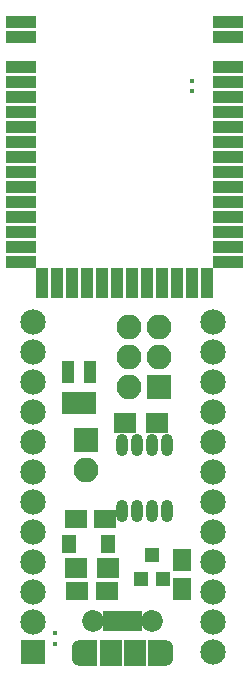
<source format=gbr>
G04 #@! TF.FileFunction,Soldermask,Top*
%FSLAX46Y46*%
G04 Gerber Fmt 4.6, Leading zero omitted, Abs format (unit mm)*
G04 Created by KiCad (PCBNEW 4.0.7) date 07/20/18 22:40:28*
%MOMM*%
%LPD*%
G01*
G04 APERTURE LIST*
%ADD10C,0.100000*%
%ADD11R,2.152600X2.152600*%
%ADD12C,2.152600*%
%ADD13C,0.402000*%
%ADD14R,1.120000X2.600000*%
%ADD15R,2.600000X1.120000*%
%ADD16R,1.900000X2.300000*%
%ADD17C,1.850000*%
%ADD18R,0.800000X1.750000*%
%ADD19O,1.600000X2.300000*%
%ADD20R,1.600000X2.300000*%
%ADD21R,1.050000X1.960000*%
%ADD22R,1.200000X1.300000*%
%ADD23R,1.650000X1.900000*%
%ADD24R,1.900000X1.650000*%
%ADD25R,2.100000X2.100000*%
%ADD26O,2.100000X2.100000*%
%ADD27R,1.900000X1.700000*%
%ADD28O,1.009600X1.873200*%
%ADD29R,1.300000X1.600000*%
G04 APERTURE END LIST*
D10*
D11*
X101600000Y-152146000D03*
D12*
X101600000Y-149606000D03*
X101600000Y-147066000D03*
X101600000Y-144526000D03*
X101600000Y-141986000D03*
X101600000Y-139446000D03*
X101600000Y-136906000D03*
X101600000Y-134366000D03*
X101600000Y-131826000D03*
X101600000Y-129286000D03*
X101600000Y-126746000D03*
X101600000Y-124206000D03*
X116840000Y-124206000D03*
X116840000Y-126746000D03*
X116840000Y-129286000D03*
X116840000Y-131826000D03*
X116840000Y-134366000D03*
X116840000Y-136906000D03*
X116840000Y-139446000D03*
X116840000Y-141986000D03*
X116840000Y-144526000D03*
X116840000Y-147066000D03*
X116840000Y-149606000D03*
X116840000Y-152146000D03*
D13*
X115001040Y-103738260D03*
X115001040Y-104638260D03*
X115001040Y-104638260D03*
X115001040Y-103738260D03*
D14*
X116332000Y-120904000D03*
X115062000Y-120904000D03*
X113792000Y-120904000D03*
X112522000Y-120904000D03*
X111252000Y-120904000D03*
X109982000Y-120904000D03*
X108712000Y-120904000D03*
X107442000Y-120904000D03*
X106172000Y-120904000D03*
X104902000Y-120904000D03*
X103632000Y-120904000D03*
X102362000Y-120904000D03*
D15*
X118110000Y-119126000D03*
X118110000Y-117856000D03*
X118110000Y-116586000D03*
X118110000Y-115316000D03*
X118110000Y-114046000D03*
X118110000Y-112776000D03*
X118110000Y-111506000D03*
X118110000Y-110236000D03*
X118110000Y-108966000D03*
X118110000Y-107696000D03*
X118110000Y-106426000D03*
X118110000Y-105156000D03*
X118110000Y-103886000D03*
X118110000Y-102616000D03*
X118110000Y-100076000D03*
X118110000Y-98806000D03*
X100584000Y-98806000D03*
X100584000Y-100076000D03*
X100584000Y-102616000D03*
X100584000Y-103886000D03*
X100584000Y-105156000D03*
X100584000Y-106426000D03*
X100584000Y-107696000D03*
X100584000Y-108966000D03*
X100584000Y-110236000D03*
X100584000Y-111506000D03*
X100584000Y-112776000D03*
X100584000Y-114046000D03*
X100584000Y-115316000D03*
X100584000Y-116586000D03*
X100584000Y-117856000D03*
X100584000Y-119126000D03*
D16*
X110169200Y-152208980D03*
D17*
X106669200Y-149508980D03*
D18*
X108519200Y-149508980D03*
X107869200Y-149508980D03*
X110469200Y-149508980D03*
X109819200Y-149508980D03*
X109169200Y-149508980D03*
D17*
X111669200Y-149508980D03*
D16*
X108169200Y-152208980D03*
D19*
X105669200Y-152208980D03*
X112669200Y-152208980D03*
D20*
X112069200Y-152208980D03*
X106269200Y-152208980D03*
D21*
X104521000Y-131064000D03*
X105471000Y-131064000D03*
X106421000Y-131064000D03*
X106421000Y-128364000D03*
X104521000Y-128364000D03*
D22*
X110683000Y-145907000D03*
X112583000Y-145907000D03*
X111633000Y-143907000D03*
D23*
X114173000Y-144292000D03*
X114173000Y-146792000D03*
D24*
X107676000Y-140843000D03*
X105176000Y-140843000D03*
D25*
X106072940Y-134167880D03*
D26*
X106072940Y-136707880D03*
D27*
X107903000Y-145034000D03*
X105203000Y-145034000D03*
X112094000Y-132715000D03*
X109394000Y-132715000D03*
D24*
X107803000Y-146939000D03*
X105303000Y-146939000D03*
D25*
X112229900Y-129715260D03*
D26*
X109689900Y-129715260D03*
X112229900Y-127175260D03*
X109689900Y-127175260D03*
X112229900Y-124635260D03*
X109689900Y-124635260D03*
D28*
X112903000Y-134620000D03*
X111633000Y-134620000D03*
X110363000Y-134620000D03*
X109093000Y-134620000D03*
X109093000Y-140208000D03*
X110363000Y-140208000D03*
X111633000Y-140208000D03*
X112903000Y-140208000D03*
D29*
X107949000Y-143002000D03*
X104649000Y-143002000D03*
D13*
X103470000Y-151430000D03*
X103470000Y-150530000D03*
X103470000Y-150530000D03*
X103470000Y-151430000D03*
M02*

</source>
